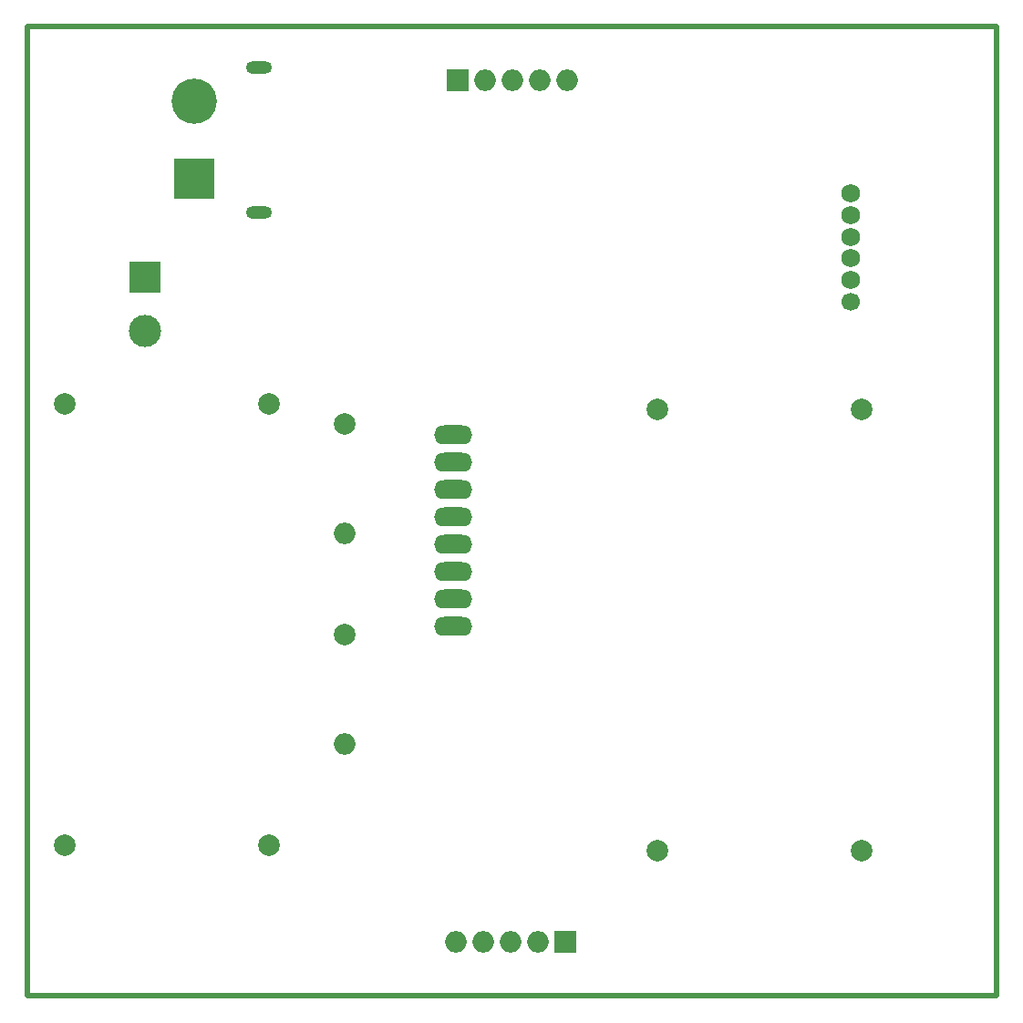
<source format=gbr>
%TF.GenerationSoftware,KiCad,Pcbnew,7.0.7*%
%TF.CreationDate,2023-11-09T15:51:25-05:00*%
%TF.ProjectId,CubeSatPower,43756265-5361-4745-906f-7765722e6b69,rev?*%
%TF.SameCoordinates,Original*%
%TF.FileFunction,Copper,L1,Top*%
%TF.FilePolarity,Positive*%
%FSLAX46Y46*%
G04 Gerber Fmt 4.6, Leading zero omitted, Abs format (unit mm)*
G04 Created by KiCad (PCBNEW 7.0.7) date 2023-11-09 15:51:25*
%MOMM*%
%LPD*%
G01*
G04 APERTURE LIST*
%TA.AperFunction,NonConductor*%
%ADD10C,0.500000*%
%TD*%
%TA.AperFunction,ComponentPad*%
%ADD11R,3.000000X3.000000*%
%TD*%
%TA.AperFunction,ComponentPad*%
%ADD12C,3.000000*%
%TD*%
%TA.AperFunction,ComponentPad*%
%ADD13C,2.000000*%
%TD*%
%TA.AperFunction,ComponentPad*%
%ADD14O,2.000000X2.000000*%
%TD*%
%TA.AperFunction,ComponentPad*%
%ADD15R,2.000000X2.000000*%
%TD*%
%TA.AperFunction,ComponentPad*%
%ADD16R,3.716000X3.716000*%
%TD*%
%TA.AperFunction,ComponentPad*%
%ADD17C,4.200000*%
%TD*%
%TA.AperFunction,ComponentPad*%
%ADD18O,2.400000X1.200000*%
%TD*%
%TA.AperFunction,ComponentPad*%
%ADD19O,3.556000X1.778000*%
%TD*%
%TA.AperFunction,ComponentPad*%
%ADD20C,1.750000*%
%TD*%
%TA.AperFunction,ComponentPad*%
%ADD21C,1.700000*%
%TD*%
%TA.AperFunction,Conductor*%
%ADD22C,0.250000*%
%TD*%
%TA.AperFunction,Conductor*%
%ADD23C,0.800000*%
%TD*%
%TA.AperFunction,Profile*%
%ADD24C,0.500000*%
%TD*%
G04 APERTURE END LIST*
D10*
X50000000Y-25000000D02*
X50000000Y-115000000D01*
X140000000Y-25000000D02*
X140000000Y-115000000D01*
X50000000Y-25000000D02*
X140000000Y-25000000D01*
X50000000Y-115000000D02*
X140000000Y-115000000D01*
D11*
%TO.P,J4,1,Pin_1*%
%TO.N,SW_IN*%
X60945000Y-48250000D03*
D12*
%TO.P,J4,2,Pin_2*%
%TO.N,+7.5V*%
X60945000Y-53250000D03*
%TD*%
D13*
%TO.P,5vOut1,1,In+*%
%TO.N,+7.5V*%
X72500000Y-60000000D03*
%TO.P,5vOut1,2,In-*%
%TO.N,GND*%
X53500000Y-60000000D03*
%TO.P,5vOut1,3,Out+*%
%TO.N,+5V*%
X72500000Y-101000000D03*
%TO.P,5vOut1,4,Out-*%
%TO.N,GND*%
X53500000Y-101000000D03*
%TD*%
D14*
%TO.P,J2,2,Pin_2*%
%TO.N,+5V*%
X97460000Y-110000000D03*
%TO.P,J2,3,Pin_3*%
%TO.N,GND*%
X94920000Y-110000000D03*
%TO.P,J2,4,Pin_4*%
%TO.N,SDA*%
X92380000Y-110000000D03*
%TO.P,J2,5,Pin_5*%
%TO.N,SCL*%
X89840000Y-110000000D03*
D15*
%TO.P,J2,E,Pin_1*%
%TO.N,+3.3V*%
X100000000Y-110000000D03*
%TD*%
D16*
%TO.P,J1,1,+*%
%TO.N,GND*%
X65500000Y-39100000D03*
D17*
%TO.P,J1,2,-*%
%TO.N,SW_IN*%
X65500000Y-31900000D03*
D18*
%TO.P,J1,S1*%
%TO.N,N/C*%
X71500000Y-42250000D03*
%TO.P,J1,S2*%
X71500000Y-28750000D03*
%TD*%
D13*
%TO.P,3_3VOut1,1,In+*%
%TO.N,+5V*%
X127500000Y-60500000D03*
%TO.P,3_3VOut1,2,In-*%
%TO.N,GND*%
X108500000Y-60500000D03*
%TO.P,3_3VOut1,3,Out+*%
%TO.N,+3.3V*%
X127500000Y-101500000D03*
%TO.P,3_3VOut1,4,Out-*%
%TO.N,GND*%
X108500000Y-101500000D03*
%TD*%
%TO.P,R1,1*%
%TO.N,+7.5V*%
X79500000Y-61920000D03*
D14*
%TO.P,R1,2*%
%TO.N,A_1*%
X79500000Y-72080000D03*
%TD*%
D15*
%TO.P,J3,1,Pin_1*%
%TO.N,A_1*%
X90000000Y-30000000D03*
D14*
%TO.P,J3,2,Pin_2*%
%TO.N,MISO*%
X92540000Y-30000000D03*
%TO.P,J3,3,Pin_3*%
%TO.N,MOSI*%
X95080000Y-30000000D03*
%TO.P,J3,4,Pin_4*%
%TO.N,SCLK*%
X97620000Y-30000000D03*
%TO.P,J3,5,Pin_5*%
%TO.N,CS*%
X100160000Y-30000000D03*
%TD*%
D19*
%TO.P,U2,ADO,ADO*%
%TO.N,unconnected-(U2-PadADO)*%
X89602500Y-78167500D03*
%TO.P,U2,GND,GND*%
%TO.N,GND*%
X89602500Y-65467500D03*
%TO.P,U2,INT,INT*%
%TO.N,unconnected-(U2-PadINT)*%
X89602500Y-80707500D03*
%TO.P,U2,SCL,SCL*%
%TO.N,SCL*%
X89602500Y-68007500D03*
%TO.P,U2,SDA,SDA*%
%TO.N,SDA*%
X89602500Y-70547500D03*
%TO.P,U2,VCC,VCC*%
%TO.N,+3.3V*%
X89602500Y-62927500D03*
%TO.P,U2,XCL,XCL*%
%TO.N,unconnected-(U2-PadXCL)*%
X89602500Y-75627500D03*
%TO.P,U2,XDA,XDA*%
%TO.N,unconnected-(U2-PadXDA)*%
X89602500Y-73087500D03*
%TD*%
D20*
%TO.P,U1,1,CS*%
%TO.N,CS*%
X126500000Y-40500000D03*
%TO.P,U1,2,SCK*%
%TO.N,SCLK*%
X126500000Y-42500000D03*
%TO.P,U1,3,MOSI*%
%TO.N,MOSI*%
X126500000Y-44500000D03*
%TO.P,U1,4,MISO*%
%TO.N,MISO*%
X126500000Y-46500000D03*
%TO.P,U1,5,Vin*%
%TO.N,+5V*%
X126500000Y-48500000D03*
D21*
%TO.P,U1,6,GND*%
%TO.N,GND*%
X126500000Y-50500000D03*
%TD*%
D13*
%TO.P,R2,1*%
%TO.N,A_1*%
X79500000Y-81420000D03*
D14*
%TO.P,R2,2*%
%TO.N,GND*%
X79500000Y-91580000D03*
%TD*%
D22*
%TO.N,SDA*%
X89602500Y-70547500D02*
X90491500Y-70547500D01*
%TO.N,SCL*%
X88713500Y-68007500D02*
X89602500Y-68007500D01*
%TO.N,MISO*%
X92540000Y-30000000D02*
X92540000Y-30040000D01*
%TO.N,MOSI*%
X95080000Y-30000000D02*
X95080000Y-30580000D01*
D23*
%TO.N,SW_IN*%
X60945000Y-48250000D02*
X61000000Y-48195000D01*
%TD*%
D24*
X50000000Y-25000000D02*
X140000000Y-25000000D01*
X140000000Y-115000000D01*
X50000000Y-115000000D01*
X50000000Y-25000000D01*
M02*

</source>
